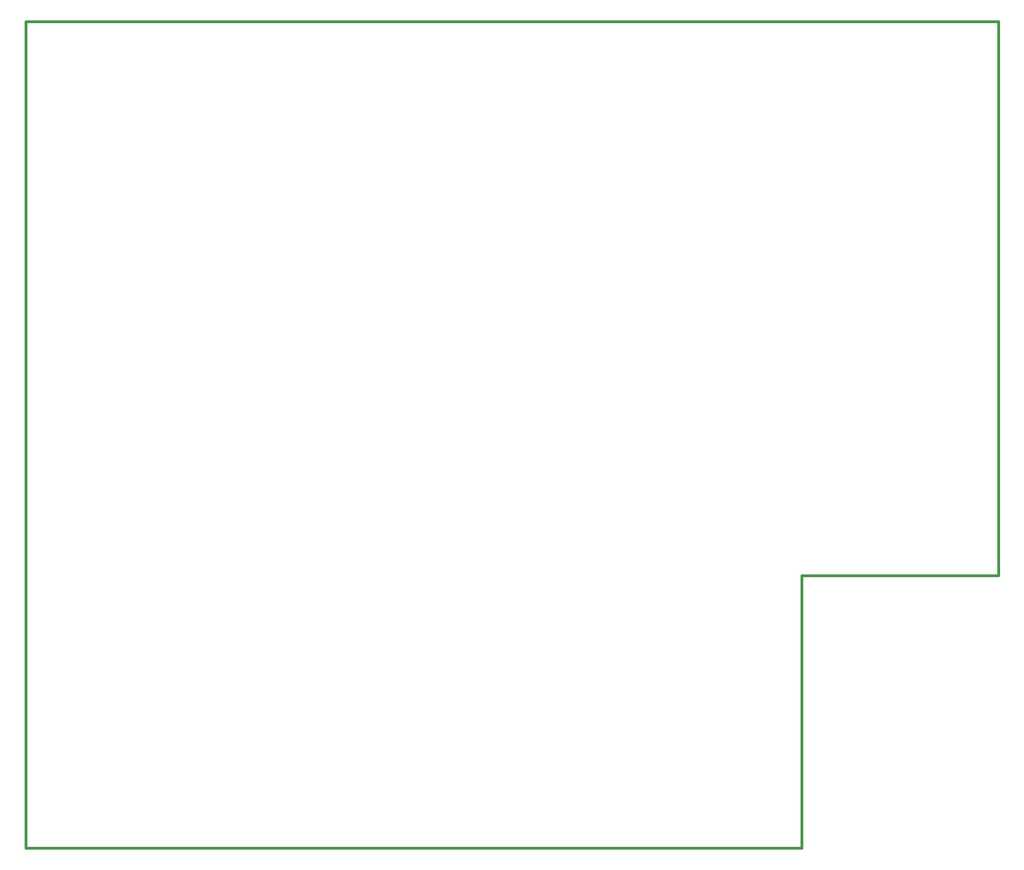
<source format=gbr>
G04 GENERATED BY PULSONIX 10.0 GERBER.DLL 7250*
G04 #@! TF.GenerationSoftware,Pulsonix,Pulsonix,10.0.7250*
G04 #@! TF.CreationDate,2019-09-22T12:23:27--1:00*
G04 #@! TF.Part,Single*
%FSLAX25Y25*%
%LPD*%
%MOIN*%
G04 #@! TF.FileFunction,Legend,Bot*
G04 #@! TF.FilePolarity,Positive*
G04 #@! TA.AperFunction,Profile*
%ADD117C,0.01200*%
X0Y0D02*
D02*
D117*
X461417D01*
Y-262992*
X368307*
Y-392126*
X0*
Y0*
X0Y0D02*
M02*

</source>
